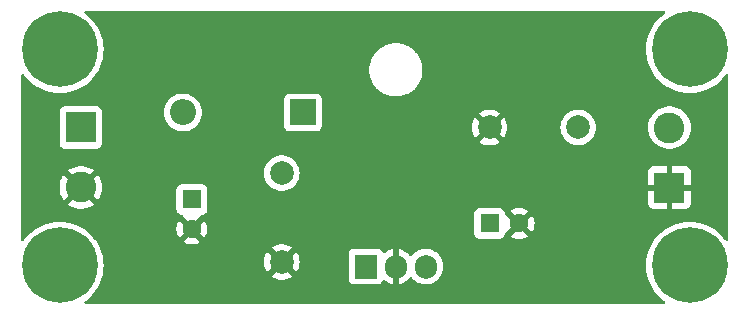
<source format=gbr>
%TF.GenerationSoftware,KiCad,Pcbnew,7.0.10*%
%TF.CreationDate,2024-02-07T21:18:28+06:30*%
%TF.ProjectId,7805,37383035-2e6b-4696-9361-645f70636258,rev?*%
%TF.SameCoordinates,PXa990340PY791ddc0*%
%TF.FileFunction,Copper,L2,Bot*%
%TF.FilePolarity,Positive*%
%FSLAX46Y46*%
G04 Gerber Fmt 4.6, Leading zero omitted, Abs format (unit mm)*
G04 Created by KiCad (PCBNEW 7.0.10) date 2024-02-07 21:18:28*
%MOMM*%
%LPD*%
G01*
G04 APERTURE LIST*
%TA.AperFunction,ComponentPad*%
%ADD10R,1.600000X1.600000*%
%TD*%
%TA.AperFunction,ComponentPad*%
%ADD11C,1.600000*%
%TD*%
%TA.AperFunction,ComponentPad*%
%ADD12R,2.600000X2.600000*%
%TD*%
%TA.AperFunction,ComponentPad*%
%ADD13C,2.600000*%
%TD*%
%TA.AperFunction,ComponentPad*%
%ADD14C,2.000000*%
%TD*%
%TA.AperFunction,ComponentPad*%
%ADD15C,6.400000*%
%TD*%
%TA.AperFunction,ComponentPad*%
%ADD16R,2.200000X2.200000*%
%TD*%
%TA.AperFunction,ComponentPad*%
%ADD17O,2.200000X2.200000*%
%TD*%
%TA.AperFunction,ComponentPad*%
%ADD18R,1.905000X2.000000*%
%TD*%
%TA.AperFunction,ComponentPad*%
%ADD19O,1.905000X2.000000*%
%TD*%
%TA.AperFunction,ViaPad*%
%ADD20C,0.600000*%
%TD*%
G04 APERTURE END LIST*
D10*
%TO.P,C3,1*%
%TO.N,Net-(J2-Pin_2)*%
X39942888Y7112000D03*
D11*
%TO.P,C3,2*%
%TO.N,Net-(J1-Pin_2)*%
X42442888Y7112000D03*
%TD*%
D12*
%TO.P,J2,1,Pin_1*%
%TO.N,Net-(J1-Pin_2)*%
X55169000Y10155000D03*
D13*
%TO.P,J2,2,Pin_2*%
%TO.N,Net-(J2-Pin_2)*%
X55169000Y15235000D03*
%TD*%
D10*
%TO.P,C1,1*%
%TO.N,Net-(D1-K)*%
X14732000Y9144000D03*
D11*
%TO.P,C1,2*%
%TO.N,Net-(J1-Pin_2)*%
X14732000Y6644000D03*
%TD*%
D14*
%TO.P,C2,1*%
%TO.N,Net-(J1-Pin_2)*%
X22352000Y3870000D03*
%TO.P,C2,2*%
%TO.N,Net-(D1-K)*%
X22352000Y11370000D03*
%TD*%
D12*
%TO.P,J1,1,Pin_1*%
%TO.N,Net-(D1-A)*%
X5334000Y15245000D03*
D13*
%TO.P,J1,2,Pin_2*%
%TO.N,Net-(J1-Pin_2)*%
X5334000Y10165000D03*
%TD*%
D15*
%TO.P,H2,1,1*%
%TO.N,unconnected-(H2-Pad1)*%
X3556000Y3556000D03*
%TD*%
D16*
%TO.P,D1,1,K*%
%TO.N,Net-(D1-K)*%
X24130000Y16510000D03*
D17*
%TO.P,D1,2,A*%
%TO.N,Net-(D1-A)*%
X13970000Y16510000D03*
%TD*%
D14*
%TO.P,C4,1*%
%TO.N,Net-(J2-Pin_2)*%
X47438000Y15240000D03*
%TO.P,C4,2*%
%TO.N,Net-(J1-Pin_2)*%
X39938000Y15240000D03*
%TD*%
D15*
%TO.P,H1,1,1*%
%TO.N,unconnected-(H1-Pad1)*%
X3556000Y21844000D03*
%TD*%
D18*
%TO.P,U1,1,IN*%
%TO.N,Net-(D1-K)*%
X29464000Y3470000D03*
D19*
%TO.P,U1,2,GND*%
%TO.N,Net-(J1-Pin_2)*%
X32004000Y3470000D03*
%TO.P,U1,3,OUT*%
%TO.N,Net-(J2-Pin_2)*%
X34544000Y3470000D03*
%TD*%
D15*
%TO.P,H3,1,1*%
%TO.N,unconnected-(H3-Pad1)*%
X56896000Y21844000D03*
%TD*%
%TO.P,H4,1,1*%
%TO.N,unconnected-(H4-Pad1)*%
X56896000Y3556000D03*
%TD*%
D20*
%TO.N,Net-(J1-Pin_2)*%
X47255477Y4538250D03*
X37095477Y7078250D03*
X21855477Y19778250D03*
X34555477Y12158250D03*
X39635477Y1998250D03*
X19315477Y7078250D03*
X9155477Y1998250D03*
X39635477Y19778250D03*
X6615477Y7078250D03*
X21855477Y1998250D03*
X44715477Y9618250D03*
X14235477Y4538250D03*
X52335477Y7078250D03*
X26935477Y14698250D03*
X11695477Y17238250D03*
X52335477Y22318250D03*
X9155477Y22318250D03*
X1535477Y17238250D03*
X44715477Y22318250D03*
X32015477Y17238250D03*
X9155477Y12158250D03*
X57415477Y9618250D03*
X26935477Y22318250D03*
X47255477Y17238250D03*
X1535477Y9618250D03*
X57415477Y17238250D03*
X29475477Y9618250D03*
X34555477Y22318250D03*
X16775477Y22318250D03*
X16775477Y14698250D03*
X49795477Y12158250D03*
X42175477Y14698250D03*
%TD*%
%TA.AperFunction,Conductor*%
%TO.N,Net-(J1-Pin_2)*%
G36*
X54763044Y25079815D02*
G01*
X54808799Y25027011D01*
X54818743Y24957853D01*
X54789718Y24894297D01*
X54763540Y24871505D01*
X54717917Y24841878D01*
X54416488Y24597785D01*
X54416480Y24597778D01*
X54142222Y24323520D01*
X54142215Y24323512D01*
X53898122Y24022083D01*
X53686877Y23696794D01*
X53510787Y23351198D01*
X53371788Y22989095D01*
X53271397Y22614430D01*
X53271397Y22614428D01*
X53210722Y22231340D01*
X53190422Y21844001D01*
X53190422Y21844000D01*
X53210722Y21456661D01*
X53236542Y21293640D01*
X53271398Y21073567D01*
X53367814Y20713735D01*
X53371788Y20698906D01*
X53510787Y20336803D01*
X53686877Y19991207D01*
X53898122Y19665918D01*
X54063463Y19461739D01*
X54142219Y19364484D01*
X54416484Y19090219D01*
X54506450Y19017366D01*
X54717917Y18846123D01*
X54983330Y18673762D01*
X55043211Y18634875D01*
X55388806Y18458786D01*
X55750913Y18319786D01*
X56125567Y18219398D01*
X56508662Y18158722D01*
X56874576Y18139545D01*
X56895999Y18138422D01*
X56896000Y18138422D01*
X56896001Y18138422D01*
X56916301Y18139486D01*
X57283338Y18158722D01*
X57666433Y18219398D01*
X58041087Y18319786D01*
X58403194Y18458786D01*
X58748789Y18634875D01*
X59074084Y18846124D01*
X59375516Y19090219D01*
X59649781Y19364484D01*
X59893876Y19665916D01*
X59923505Y19711542D01*
X59976525Y19757044D01*
X60045730Y19766659D01*
X60109147Y19737332D01*
X60146642Y19678375D01*
X60151500Y19644006D01*
X60151500Y5755995D01*
X60131815Y5688956D01*
X60079011Y5643201D01*
X60009853Y5633257D01*
X59946297Y5662282D01*
X59923505Y5688460D01*
X59893877Y5734083D01*
X59744515Y5918529D01*
X59649781Y6035516D01*
X59375516Y6309781D01*
X59242630Y6417390D01*
X59074082Y6553878D01*
X58748793Y6765123D01*
X58403197Y6941213D01*
X58041094Y7080212D01*
X58003378Y7090318D01*
X57666433Y7180602D01*
X57666429Y7180603D01*
X57666428Y7180603D01*
X57283339Y7241278D01*
X56896001Y7261578D01*
X56895999Y7261578D01*
X56508660Y7241278D01*
X56125572Y7180603D01*
X56125570Y7180603D01*
X55750905Y7080212D01*
X55388802Y6941213D01*
X55043206Y6765123D01*
X54717917Y6553878D01*
X54416488Y6309785D01*
X54416480Y6309778D01*
X54142222Y6035520D01*
X54142215Y6035512D01*
X53898122Y5734083D01*
X53686877Y5408794D01*
X53510787Y5063198D01*
X53371788Y4701095D01*
X53271397Y4326430D01*
X53271397Y4326428D01*
X53210722Y3943340D01*
X53190422Y3556001D01*
X53190422Y3556000D01*
X53209995Y3182524D01*
X53210722Y3168662D01*
X53271398Y2785567D01*
X53368780Y2422130D01*
X53371788Y2410906D01*
X53510787Y2048803D01*
X53686877Y1703207D01*
X53898122Y1377918D01*
X54114401Y1110836D01*
X54142219Y1076484D01*
X54416484Y802219D01*
X54584375Y666263D01*
X54717917Y558123D01*
X54763540Y528495D01*
X54809043Y475474D01*
X54818657Y406269D01*
X54789330Y342852D01*
X54730373Y305358D01*
X54696005Y300500D01*
X5755995Y300500D01*
X5688956Y320185D01*
X5643201Y372989D01*
X5633257Y442147D01*
X5662282Y505703D01*
X5688460Y528495D01*
X5734082Y558123D01*
X5734084Y558124D01*
X6035516Y802219D01*
X6309781Y1076484D01*
X6553876Y1377916D01*
X6765125Y1703211D01*
X6941214Y2048806D01*
X7080214Y2410913D01*
X7180602Y2785567D01*
X7241278Y3168662D01*
X7261578Y3556000D01*
X7245122Y3869995D01*
X20846859Y3869995D01*
X20867385Y3622271D01*
X20867387Y3622262D01*
X20928412Y3381283D01*
X21028266Y3153636D01*
X21128564Y3000118D01*
X21868923Y3740477D01*
X21892507Y3660156D01*
X21970239Y3539202D01*
X22078900Y3445048D01*
X22209685Y3385320D01*
X22219466Y3383914D01*
X21481942Y2646391D01*
X21528768Y2609945D01*
X21528770Y2609944D01*
X21747385Y2491636D01*
X21747396Y2491631D01*
X21982506Y2410917D01*
X22227707Y2370000D01*
X22476293Y2370000D01*
X22721493Y2410917D01*
X22754155Y2422130D01*
X28011000Y2422130D01*
X28011001Y2422124D01*
X28017408Y2362517D01*
X28067702Y2227672D01*
X28067706Y2227665D01*
X28153952Y2112456D01*
X28153955Y2112453D01*
X28269164Y2026207D01*
X28269171Y2026203D01*
X28404017Y1975909D01*
X28404016Y1975909D01*
X28410944Y1975165D01*
X28463627Y1969500D01*
X30464372Y1969501D01*
X30523983Y1975909D01*
X30658831Y2026204D01*
X30774046Y2112454D01*
X30860296Y2227669D01*
X30860297Y2227672D01*
X30860298Y2227673D01*
X30866308Y2243791D01*
X30871907Y2258803D01*
X30913776Y2314736D01*
X30979240Y2339156D01*
X31047513Y2324306D01*
X31064252Y2313325D01*
X31206831Y2202351D01*
X31206840Y2202345D01*
X31418531Y2087785D01*
X31418545Y2087779D01*
X31646207Y2009621D01*
X31754000Y1991634D01*
X31754000Y2978317D01*
X31782819Y2960791D01*
X31928404Y2920000D01*
X32041622Y2920000D01*
X32153783Y2935416D01*
X32254000Y2978947D01*
X32254000Y1991635D01*
X32361792Y2009621D01*
X32589454Y2087779D01*
X32589468Y2087785D01*
X32801159Y2202345D01*
X32801168Y2202351D01*
X32991116Y2350194D01*
X32991126Y2350203D01*
X33154154Y2527298D01*
X33154155Y2527299D01*
X33169891Y2551384D01*
X33223036Y2596742D01*
X33292267Y2606167D01*
X33355604Y2576667D01*
X33377510Y2551386D01*
X33393446Y2526993D01*
X33393448Y2526991D01*
X33393449Y2526990D01*
X33556537Y2349829D01*
X33678095Y2255217D01*
X33746017Y2202351D01*
X33746561Y2201928D01*
X33911891Y2112456D01*
X33957478Y2087785D01*
X33958336Y2087321D01*
X34070526Y2048806D01*
X34186083Y2009135D01*
X34186085Y2009135D01*
X34186087Y2009134D01*
X34423601Y1969500D01*
X34423602Y1969500D01*
X34664398Y1969500D01*
X34664399Y1969500D01*
X34901913Y2009134D01*
X35129664Y2087321D01*
X35341439Y2201928D01*
X35531463Y2349829D01*
X35694551Y2526990D01*
X35826255Y2728578D01*
X35922983Y2949095D01*
X35982095Y3182524D01*
X35997000Y3362400D01*
X35997000Y3577600D01*
X35982095Y3757476D01*
X35922983Y3990905D01*
X35826255Y4211422D01*
X35694551Y4413010D01*
X35531463Y4590171D01*
X35374505Y4712336D01*
X35341441Y4738071D01*
X35129665Y4852679D01*
X35129656Y4852682D01*
X34901916Y4930866D01*
X34702800Y4964092D01*
X34664399Y4970500D01*
X34423601Y4970500D01*
X34385200Y4964092D01*
X34186083Y4930866D01*
X33958343Y4852682D01*
X33958334Y4852679D01*
X33746558Y4738071D01*
X33650195Y4663068D01*
X33556537Y4590171D01*
X33556534Y4590169D01*
X33556534Y4590168D01*
X33393450Y4413012D01*
X33393446Y4413006D01*
X33377507Y4388611D01*
X33324359Y4343256D01*
X33255127Y4333835D01*
X33191793Y4363339D01*
X33169892Y4388615D01*
X33154154Y4412704D01*
X32991126Y4589798D01*
X32991116Y4589807D01*
X32801168Y4737650D01*
X32801159Y4737656D01*
X32589468Y4852216D01*
X32589454Y4852222D01*
X32361791Y4930381D01*
X32254000Y4948367D01*
X32254000Y3961684D01*
X32225181Y3979209D01*
X32079596Y4020000D01*
X31966378Y4020000D01*
X31854217Y4004584D01*
X31754000Y3961054D01*
X31754000Y4948367D01*
X31753999Y4948367D01*
X31646208Y4930381D01*
X31418545Y4852222D01*
X31418531Y4852216D01*
X31206840Y4737656D01*
X31206838Y4737655D01*
X31064252Y4626675D01*
X30999258Y4601033D01*
X30930718Y4614600D01*
X30880393Y4663068D01*
X30871907Y4681199D01*
X30860297Y4712329D01*
X30860293Y4712336D01*
X30774047Y4827545D01*
X30774044Y4827548D01*
X30658835Y4913794D01*
X30658828Y4913798D01*
X30523982Y4964092D01*
X30523983Y4964092D01*
X30464383Y4970499D01*
X30464381Y4970500D01*
X30464373Y4970500D01*
X30464364Y4970500D01*
X28463629Y4970500D01*
X28463623Y4970499D01*
X28404016Y4964092D01*
X28269171Y4913798D01*
X28269164Y4913794D01*
X28153955Y4827548D01*
X28153952Y4827545D01*
X28067706Y4712336D01*
X28067702Y4712329D01*
X28017408Y4577483D01*
X28011001Y4517884D01*
X28011000Y4517865D01*
X28011000Y2422130D01*
X22754155Y2422130D01*
X22956603Y2491631D01*
X22956614Y2491636D01*
X23175228Y2609943D01*
X23175231Y2609945D01*
X23222056Y2646391D01*
X22484533Y3383914D01*
X22494315Y3385320D01*
X22625100Y3445048D01*
X22733761Y3539202D01*
X22811493Y3660156D01*
X22835076Y3740476D01*
X23575434Y3000118D01*
X23675731Y3153631D01*
X23775587Y3381283D01*
X23836612Y3622262D01*
X23836614Y3622271D01*
X23857141Y3869995D01*
X23857141Y3870006D01*
X23836614Y4117730D01*
X23836612Y4117739D01*
X23775587Y4358718D01*
X23675731Y4586370D01*
X23575434Y4739884D01*
X22835076Y3999525D01*
X22811493Y4079844D01*
X22733761Y4200798D01*
X22625100Y4294952D01*
X22494315Y4354680D01*
X22484534Y4356087D01*
X23222057Y5093610D01*
X23222056Y5093611D01*
X23175229Y5130057D01*
X22956614Y5248365D01*
X22956603Y5248370D01*
X22721493Y5329084D01*
X22476293Y5370000D01*
X22227707Y5370000D01*
X21982506Y5329084D01*
X21747396Y5248370D01*
X21747390Y5248368D01*
X21528761Y5130051D01*
X21481942Y5093612D01*
X21481942Y5093610D01*
X22219466Y4356087D01*
X22209685Y4354680D01*
X22078900Y4294952D01*
X21970239Y4200798D01*
X21892507Y4079844D01*
X21868923Y3999525D01*
X21128564Y4739884D01*
X21028267Y4586368D01*
X20928412Y4358718D01*
X20867387Y4117739D01*
X20867385Y4117730D01*
X20846859Y3870006D01*
X20846859Y3869995D01*
X7245122Y3869995D01*
X7241278Y3943338D01*
X7180602Y4326433D01*
X7080214Y4701087D01*
X6941214Y5063194D01*
X6765125Y5408789D01*
X6583505Y5688460D01*
X6553877Y5734083D01*
X6404515Y5918529D01*
X6309781Y6035516D01*
X6035516Y6309781D01*
X5902630Y6417390D01*
X5734082Y6553878D01*
X5595309Y6643998D01*
X13427034Y6643998D01*
X13446858Y6417401D01*
X13446860Y6417390D01*
X13505730Y6197683D01*
X13505735Y6197669D01*
X13601863Y5991522D01*
X13652974Y5918528D01*
X14334046Y6599600D01*
X14346835Y6518852D01*
X14404359Y6405955D01*
X14493955Y6316359D01*
X14606852Y6258835D01*
X14687599Y6246047D01*
X14006526Y5564975D01*
X14079513Y5513868D01*
X14079521Y5513864D01*
X14285668Y5417736D01*
X14285682Y5417731D01*
X14505389Y5358861D01*
X14505400Y5358859D01*
X14731998Y5339034D01*
X14732002Y5339034D01*
X14958599Y5358859D01*
X14958610Y5358861D01*
X15178317Y5417731D01*
X15178331Y5417736D01*
X15384478Y5513864D01*
X15457471Y5564976D01*
X14776400Y6246047D01*
X14857148Y6258835D01*
X14970045Y6316359D01*
X15059641Y6405955D01*
X15117165Y6518852D01*
X15129953Y6599600D01*
X15811024Y5918529D01*
X15862136Y5991522D01*
X15958264Y6197669D01*
X15958269Y6197683D01*
X15976073Y6264130D01*
X38642388Y6264130D01*
X38642389Y6264124D01*
X38648796Y6204517D01*
X38699090Y6069672D01*
X38699094Y6069665D01*
X38785340Y5954456D01*
X38785343Y5954453D01*
X38900552Y5868207D01*
X38900559Y5868203D01*
X39035405Y5817909D01*
X39035404Y5817909D01*
X39042332Y5817165D01*
X39095015Y5811500D01*
X40790760Y5811501D01*
X40850371Y5817909D01*
X40985219Y5868204D01*
X41100434Y5954454D01*
X41186684Y6069669D01*
X41236979Y6204517D01*
X41243388Y6264127D01*
X41243387Y6264155D01*
X41243566Y6267453D01*
X41245071Y6267373D01*
X41263000Y6328674D01*
X41315756Y6374486D01*
X41359353Y6382019D01*
X42044934Y7067600D01*
X42057723Y6986852D01*
X42115247Y6873955D01*
X42204843Y6784359D01*
X42317740Y6726835D01*
X42398487Y6714047D01*
X41717414Y6032975D01*
X41790401Y5981868D01*
X41790409Y5981864D01*
X41996556Y5885736D01*
X41996570Y5885731D01*
X42216277Y5826861D01*
X42216288Y5826859D01*
X42442886Y5807034D01*
X42442890Y5807034D01*
X42669487Y5826859D01*
X42669498Y5826861D01*
X42889205Y5885731D01*
X42889219Y5885736D01*
X43095366Y5981864D01*
X43168359Y6032976D01*
X42487288Y6714047D01*
X42568036Y6726835D01*
X42680933Y6784359D01*
X42770529Y6873955D01*
X42828053Y6986852D01*
X42840841Y7067600D01*
X43521912Y6386529D01*
X43573024Y6459522D01*
X43669152Y6665669D01*
X43669157Y6665683D01*
X43728027Y6885390D01*
X43728029Y6885401D01*
X43747854Y7111998D01*
X43747854Y7112003D01*
X43728029Y7338600D01*
X43728027Y7338611D01*
X43669157Y7558318D01*
X43669152Y7558332D01*
X43573024Y7764479D01*
X43573020Y7764487D01*
X43521913Y7837474D01*
X42840841Y7156402D01*
X42828053Y7237148D01*
X42770529Y7350045D01*
X42680933Y7439641D01*
X42568036Y7497165D01*
X42487289Y7509954D01*
X43168360Y8191026D01*
X43095366Y8242137D01*
X42889219Y8338265D01*
X42889205Y8338270D01*
X42669498Y8397140D01*
X42669487Y8397142D01*
X42442890Y8416966D01*
X42442886Y8416966D01*
X42216288Y8397142D01*
X42216277Y8397140D01*
X41996570Y8338270D01*
X41996561Y8338266D01*
X41790404Y8242134D01*
X41790400Y8242132D01*
X41717414Y8191027D01*
X41717414Y8191026D01*
X42398487Y7509954D01*
X42317740Y7497165D01*
X42204843Y7439641D01*
X42115247Y7350045D01*
X42057723Y7237148D01*
X42044934Y7156402D01*
X41358687Y7842649D01*
X41309693Y7852495D01*
X41259510Y7901111D01*
X41244869Y7956634D01*
X41243788Y7956577D01*
X41243742Y7956571D01*
X41243741Y7956574D01*
X41243564Y7956564D01*
X41243387Y7959865D01*
X41243387Y7959872D01*
X41236979Y8019483D01*
X41186684Y8154331D01*
X41186683Y8154332D01*
X41186681Y8154336D01*
X41100435Y8269545D01*
X41100432Y8269548D01*
X40985223Y8355794D01*
X40985216Y8355798D01*
X40850370Y8406092D01*
X40850371Y8406092D01*
X40790771Y8412499D01*
X40790769Y8412500D01*
X40790761Y8412500D01*
X40790752Y8412500D01*
X39095017Y8412500D01*
X39095011Y8412499D01*
X39035404Y8406092D01*
X38900559Y8355798D01*
X38900552Y8355794D01*
X38785343Y8269548D01*
X38785340Y8269545D01*
X38699094Y8154336D01*
X38699090Y8154329D01*
X38648796Y8019483D01*
X38642389Y7959884D01*
X38642389Y7959877D01*
X38642388Y7959865D01*
X38642388Y6264130D01*
X15976073Y6264130D01*
X16017139Y6417390D01*
X16017141Y6417401D01*
X16036966Y6643998D01*
X16036966Y6644003D01*
X16017141Y6870600D01*
X16017139Y6870611D01*
X15958269Y7090318D01*
X15958264Y7090332D01*
X15862136Y7296479D01*
X15862132Y7296487D01*
X15811025Y7369474D01*
X15129953Y6688402D01*
X15117165Y6769148D01*
X15059641Y6882045D01*
X14970045Y6971641D01*
X14857148Y7029165D01*
X14776401Y7041954D01*
X15462645Y7728199D01*
X15472492Y7777193D01*
X15521107Y7827376D01*
X15576633Y7842019D01*
X15576576Y7843100D01*
X15576571Y7843146D01*
X15576573Y7843147D01*
X15576564Y7843324D01*
X15579857Y7843501D01*
X15579872Y7843501D01*
X15639483Y7849909D01*
X15774331Y7900204D01*
X15889546Y7986454D01*
X15975796Y8101669D01*
X16026091Y8236517D01*
X16032500Y8296127D01*
X16032500Y8807156D01*
X53369000Y8807156D01*
X53375401Y8747628D01*
X53375403Y8747621D01*
X53425645Y8612914D01*
X53425649Y8612907D01*
X53511809Y8497813D01*
X53511812Y8497810D01*
X53626906Y8411650D01*
X53626913Y8411646D01*
X53761620Y8361404D01*
X53761627Y8361402D01*
X53821155Y8355001D01*
X53821172Y8355000D01*
X54919000Y8355000D01*
X54919000Y9550690D01*
X54927817Y9545842D01*
X55086886Y9505000D01*
X55209894Y9505000D01*
X55331933Y9520417D01*
X55419000Y9554890D01*
X55419000Y8355000D01*
X56516828Y8355000D01*
X56516844Y8355001D01*
X56576372Y8361402D01*
X56576379Y8361404D01*
X56711086Y8411646D01*
X56711093Y8411650D01*
X56826187Y8497810D01*
X56826190Y8497813D01*
X56912350Y8612907D01*
X56912354Y8612914D01*
X56962596Y8747621D01*
X56962598Y8747628D01*
X56968999Y8807156D01*
X56969000Y8807173D01*
X56969000Y9905000D01*
X55769728Y9905000D01*
X55792100Y9952543D01*
X55822873Y10113862D01*
X55812561Y10277766D01*
X55771220Y10405000D01*
X56969000Y10405000D01*
X56969000Y11502828D01*
X56968999Y11502845D01*
X56962598Y11562373D01*
X56962596Y11562380D01*
X56912354Y11697087D01*
X56912350Y11697094D01*
X56826190Y11812188D01*
X56826187Y11812191D01*
X56711093Y11898351D01*
X56711086Y11898355D01*
X56576379Y11948597D01*
X56576372Y11948599D01*
X56516844Y11955000D01*
X55419000Y11955000D01*
X55419000Y10759311D01*
X55410183Y10764158D01*
X55251114Y10805000D01*
X55128106Y10805000D01*
X55006067Y10789583D01*
X54919000Y10755111D01*
X54919000Y11955000D01*
X53821155Y11955000D01*
X53761627Y11948599D01*
X53761620Y11948597D01*
X53626913Y11898355D01*
X53626906Y11898351D01*
X53511812Y11812191D01*
X53511809Y11812188D01*
X53425649Y11697094D01*
X53425645Y11697087D01*
X53375403Y11562380D01*
X53375401Y11562373D01*
X53369000Y11502845D01*
X53369000Y10405000D01*
X54568272Y10405000D01*
X54545900Y10357457D01*
X54515127Y10196138D01*
X54525439Y10032234D01*
X54566780Y9905000D01*
X53369000Y9905000D01*
X53369000Y8807156D01*
X16032500Y8807156D01*
X16032499Y9991872D01*
X16026091Y10051483D01*
X16004442Y10109526D01*
X15975797Y10186329D01*
X15975793Y10186336D01*
X15889547Y10301545D01*
X15889544Y10301548D01*
X15774335Y10387794D01*
X15774328Y10387798D01*
X15639482Y10438092D01*
X15639483Y10438092D01*
X15579883Y10444499D01*
X15579881Y10444500D01*
X15579873Y10444500D01*
X15579864Y10444500D01*
X13884129Y10444500D01*
X13884123Y10444499D01*
X13824516Y10438092D01*
X13689671Y10387798D01*
X13689664Y10387794D01*
X13574455Y10301548D01*
X13574452Y10301545D01*
X13488206Y10186336D01*
X13488202Y10186329D01*
X13437908Y10051483D01*
X13435839Y10032234D01*
X13431501Y9991877D01*
X13431500Y9991865D01*
X13431500Y8296130D01*
X13431501Y8296124D01*
X13437908Y8236517D01*
X13488202Y8101672D01*
X13488206Y8101665D01*
X13574452Y7986456D01*
X13574455Y7986453D01*
X13689664Y7900207D01*
X13689671Y7900203D01*
X13734618Y7883439D01*
X13824517Y7849909D01*
X13884127Y7843500D01*
X13884153Y7843501D01*
X13887453Y7843322D01*
X13887372Y7841817D01*
X13948672Y7823888D01*
X13994483Y7771133D01*
X14002016Y7727536D01*
X14687599Y7041954D01*
X14606852Y7029165D01*
X14493955Y6971641D01*
X14404359Y6882045D01*
X14346835Y6769148D01*
X14334046Y6688402D01*
X13652974Y7369474D01*
X13652973Y7369474D01*
X13601868Y7296488D01*
X13601866Y7296484D01*
X13505734Y7090327D01*
X13505730Y7090318D01*
X13446860Y6870611D01*
X13446858Y6870600D01*
X13427034Y6644003D01*
X13427034Y6643998D01*
X5595309Y6643998D01*
X5408793Y6765123D01*
X5063197Y6941213D01*
X4701094Y7080212D01*
X4663378Y7090318D01*
X4326433Y7180602D01*
X4326429Y7180603D01*
X4326428Y7180603D01*
X3943339Y7241278D01*
X3556001Y7261578D01*
X3555999Y7261578D01*
X3168660Y7241278D01*
X2785572Y7180603D01*
X2785570Y7180603D01*
X2410905Y7080212D01*
X2048802Y6941213D01*
X1703206Y6765123D01*
X1377917Y6553878D01*
X1076488Y6309785D01*
X1076480Y6309778D01*
X802222Y6035520D01*
X802215Y6035512D01*
X558122Y5734083D01*
X528495Y5688460D01*
X475474Y5642957D01*
X406269Y5633343D01*
X342852Y5662670D01*
X305358Y5721627D01*
X300500Y5755995D01*
X300500Y10164996D01*
X3528953Y10164996D01*
X3549113Y9895974D01*
X3549113Y9895972D01*
X3609142Y9632967D01*
X3609148Y9632948D01*
X3707709Y9381819D01*
X3707708Y9381819D01*
X3842602Y9148178D01*
X3896294Y9080849D01*
X4731452Y9916008D01*
X4741188Y9886044D01*
X4829186Y9747381D01*
X4948903Y9634960D01*
X5083510Y9560959D01*
X4248848Y8726298D01*
X4431483Y8601780D01*
X4431485Y8601779D01*
X4674539Y8484731D01*
X4674537Y8484731D01*
X4932337Y8405210D01*
X4932343Y8405208D01*
X5199101Y8365001D01*
X5199110Y8365000D01*
X5468890Y8365000D01*
X5468898Y8365001D01*
X5735656Y8405208D01*
X5735662Y8405210D01*
X5993461Y8484731D01*
X6236521Y8601782D01*
X6419150Y8726298D01*
X5581534Y9563914D01*
X5649629Y9590874D01*
X5782492Y9687405D01*
X5887175Y9813945D01*
X5935631Y9916921D01*
X6771703Y9080849D01*
X6771704Y9080850D01*
X6825393Y9148172D01*
X6825400Y9148183D01*
X6960290Y9381819D01*
X7058851Y9632948D01*
X7058857Y9632967D01*
X7118886Y9895972D01*
X7118886Y9895974D01*
X7139047Y10164996D01*
X7139047Y10165005D01*
X7118886Y10434027D01*
X7118886Y10434029D01*
X7058857Y10697034D01*
X7058851Y10697053D01*
X6960290Y10948182D01*
X6960291Y10948182D01*
X6825397Y11181823D01*
X6771704Y11249153D01*
X5936546Y10413996D01*
X5926812Y10443956D01*
X5838814Y10582619D01*
X5719097Y10695040D01*
X5584489Y10769042D01*
X6185441Y11369995D01*
X20846357Y11369995D01*
X20866890Y11122188D01*
X20866892Y11122176D01*
X20927936Y10881119D01*
X21027826Y10653394D01*
X21163833Y10445218D01*
X21196245Y10410009D01*
X21332256Y10262262D01*
X21528491Y10109526D01*
X21528493Y10109525D01*
X21745896Y9991872D01*
X21747190Y9991172D01*
X21982386Y9910429D01*
X22227665Y9869500D01*
X22476335Y9869500D01*
X22721614Y9910429D01*
X22956810Y9991172D01*
X23175509Y10109526D01*
X23371744Y10262262D01*
X23540164Y10445215D01*
X23676173Y10653393D01*
X23776063Y10881119D01*
X23837108Y11122179D01*
X23842050Y11181820D01*
X23857643Y11369995D01*
X23857643Y11370006D01*
X23837109Y11617813D01*
X23837107Y11617825D01*
X23776063Y11858882D01*
X23676173Y12086607D01*
X23540166Y12294783D01*
X23518557Y12318256D01*
X23371744Y12477738D01*
X23175509Y12630474D01*
X23175507Y12630475D01*
X23175506Y12630476D01*
X22956811Y12748828D01*
X22956802Y12748831D01*
X22721616Y12829571D01*
X22476335Y12870500D01*
X22227665Y12870500D01*
X21982383Y12829571D01*
X21747197Y12748831D01*
X21747188Y12748828D01*
X21528493Y12630476D01*
X21332257Y12477739D01*
X21163833Y12294783D01*
X21027826Y12086607D01*
X20927936Y11858882D01*
X20866892Y11617825D01*
X20866890Y11617813D01*
X20846357Y11370006D01*
X20846357Y11369995D01*
X6185441Y11369995D01*
X6419150Y11603704D01*
X6236517Y11728221D01*
X6236516Y11728222D01*
X5993460Y11845270D01*
X5993462Y11845270D01*
X5735662Y11924791D01*
X5735656Y11924793D01*
X5468898Y11965000D01*
X5199101Y11965000D01*
X4932343Y11924793D01*
X4932337Y11924791D01*
X4674538Y11845270D01*
X4431485Y11728222D01*
X4431476Y11728217D01*
X4248848Y11603704D01*
X5086465Y10766087D01*
X5018371Y10739126D01*
X4885508Y10642595D01*
X4780825Y10516055D01*
X4732368Y10413079D01*
X3896295Y11249152D01*
X3842600Y11181820D01*
X3707709Y10948182D01*
X3609148Y10697053D01*
X3609142Y10697034D01*
X3549113Y10434029D01*
X3549113Y10434027D01*
X3528953Y10165005D01*
X3528953Y10164996D01*
X300500Y10164996D01*
X300500Y13897130D01*
X3533500Y13897130D01*
X3533501Y13897124D01*
X3539908Y13837517D01*
X3590202Y13702672D01*
X3590206Y13702665D01*
X3676452Y13587456D01*
X3676455Y13587453D01*
X3791664Y13501207D01*
X3791671Y13501203D01*
X3926517Y13450909D01*
X3926516Y13450909D01*
X3933444Y13450165D01*
X3986127Y13444500D01*
X6681872Y13444501D01*
X6741483Y13450909D01*
X6876331Y13501204D01*
X6991546Y13587454D01*
X7077796Y13702669D01*
X7128091Y13837517D01*
X7134500Y13897127D01*
X7134499Y16510000D01*
X12364551Y16510000D01*
X12384317Y16258849D01*
X12443126Y16013890D01*
X12539533Y15781141D01*
X12671160Y15566347D01*
X12671161Y15566344D01*
X12671164Y15566341D01*
X12834776Y15374776D01*
X12983066Y15248125D01*
X13026343Y15211162D01*
X13026346Y15211161D01*
X13241140Y15079534D01*
X13451813Y14992271D01*
X13473889Y14983127D01*
X13718852Y14924317D01*
X13970000Y14904551D01*
X14221148Y14924317D01*
X14466111Y14983127D01*
X14698859Y15079534D01*
X14913659Y15211164D01*
X15090417Y15362130D01*
X22529500Y15362130D01*
X22529501Y15362124D01*
X22535908Y15302517D01*
X22586202Y15167672D01*
X22586206Y15167665D01*
X22672452Y15052456D01*
X22672455Y15052453D01*
X22787664Y14966207D01*
X22787671Y14966203D01*
X22922517Y14915909D01*
X22922516Y14915909D01*
X22929444Y14915165D01*
X22982127Y14909500D01*
X25277872Y14909501D01*
X25337483Y14915909D01*
X25472331Y14966204D01*
X25587546Y15052454D01*
X25673796Y15167669D01*
X25700772Y15239995D01*
X38432859Y15239995D01*
X38453385Y14992271D01*
X38453387Y14992262D01*
X38514412Y14751283D01*
X38614266Y14523636D01*
X38714564Y14370118D01*
X39454923Y15110477D01*
X39478507Y15030156D01*
X39556239Y14909202D01*
X39664900Y14815048D01*
X39795685Y14755320D01*
X39805466Y14753914D01*
X39067942Y14016391D01*
X39114768Y13979945D01*
X39114770Y13979944D01*
X39333385Y13861636D01*
X39333396Y13861631D01*
X39568506Y13780917D01*
X39813707Y13740000D01*
X40062293Y13740000D01*
X40307493Y13780917D01*
X40542603Y13861631D01*
X40542614Y13861636D01*
X40761228Y13979943D01*
X40761231Y13979945D01*
X40808056Y14016391D01*
X40070533Y14753914D01*
X40080315Y14755320D01*
X40211100Y14815048D01*
X40319761Y14909202D01*
X40397493Y15030156D01*
X40421076Y15110476D01*
X41161434Y14370118D01*
X41261731Y14523631D01*
X41361587Y14751283D01*
X41422612Y14992262D01*
X41422614Y14992271D01*
X41443141Y15239995D01*
X45932357Y15239995D01*
X45952890Y14992188D01*
X45952892Y14992176D01*
X46013936Y14751119D01*
X46113826Y14523394D01*
X46249833Y14315218D01*
X46249836Y14315215D01*
X46418256Y14132262D01*
X46614491Y13979526D01*
X46614493Y13979525D01*
X46832332Y13861636D01*
X46833190Y13861172D01*
X46943318Y13823365D01*
X47066964Y13780917D01*
X47068386Y13780429D01*
X47313665Y13739500D01*
X47562335Y13739500D01*
X47807614Y13780429D01*
X48042810Y13861172D01*
X48261509Y13979526D01*
X48457744Y14132262D01*
X48626164Y14315215D01*
X48762173Y14523393D01*
X48862063Y14751119D01*
X48923108Y14992179D01*
X48926255Y15030156D01*
X48943229Y15234996D01*
X53363451Y15234996D01*
X53383616Y14965899D01*
X53435176Y14740000D01*
X53443666Y14702805D01*
X53542257Y14451602D01*
X53677185Y14217898D01*
X53745478Y14132262D01*
X53845442Y14006911D01*
X54002513Y13861172D01*
X54043259Y13823365D01*
X54266226Y13671349D01*
X54509359Y13554262D01*
X54767228Y13474720D01*
X54767229Y13474720D01*
X54767232Y13474719D01*
X55034063Y13434501D01*
X55034068Y13434501D01*
X55034071Y13434500D01*
X55034072Y13434500D01*
X55303928Y13434500D01*
X55303929Y13434500D01*
X55303936Y13434501D01*
X55570767Y13474719D01*
X55570768Y13474720D01*
X55570772Y13474720D01*
X55828641Y13554262D01*
X56071775Y13671349D01*
X56294741Y13823365D01*
X56492561Y14006915D01*
X56660815Y14217898D01*
X56795743Y14451602D01*
X56894334Y14702805D01*
X56954383Y14965897D01*
X56969503Y15167665D01*
X56974549Y15234996D01*
X56974549Y15235005D01*
X56954383Y15504102D01*
X56954383Y15504103D01*
X56894334Y15767195D01*
X56795743Y16018398D01*
X56660815Y16252102D01*
X56492561Y16463085D01*
X56492560Y16463086D01*
X56492557Y16463090D01*
X56294741Y16646635D01*
X56286162Y16652484D01*
X56071775Y16798651D01*
X56071769Y16798654D01*
X56071768Y16798655D01*
X56071767Y16798656D01*
X55828643Y16915737D01*
X55828645Y16915737D01*
X55570773Y16995280D01*
X55570767Y16995282D01*
X55303936Y17035500D01*
X55303929Y17035500D01*
X55034071Y17035500D01*
X55034063Y17035500D01*
X54767232Y16995282D01*
X54767226Y16995280D01*
X54509358Y16915738D01*
X54266230Y16798654D01*
X54043258Y16646635D01*
X53845442Y16463090D01*
X53677185Y16252102D01*
X53542258Y16018401D01*
X53542256Y16018397D01*
X53443666Y15767196D01*
X53443664Y15767189D01*
X53383616Y15504102D01*
X53363451Y15235005D01*
X53363451Y15234996D01*
X48943229Y15234996D01*
X48943643Y15239995D01*
X48943643Y15240006D01*
X48923109Y15487813D01*
X48923107Y15487825D01*
X48862063Y15728882D01*
X48762173Y15956607D01*
X48626166Y16164783D01*
X48539569Y16258852D01*
X48457744Y16347738D01*
X48261509Y16500474D01*
X48261507Y16500475D01*
X48261506Y16500476D01*
X48042811Y16618828D01*
X48042802Y16618831D01*
X47807616Y16699571D01*
X47562335Y16740500D01*
X47313665Y16740500D01*
X47068383Y16699571D01*
X46833197Y16618831D01*
X46833188Y16618828D01*
X46614493Y16500476D01*
X46418257Y16347739D01*
X46249833Y16164783D01*
X46113826Y15956607D01*
X46013936Y15728882D01*
X45952892Y15487825D01*
X45952890Y15487813D01*
X45932357Y15240006D01*
X45932357Y15239995D01*
X41443141Y15239995D01*
X41443141Y15240006D01*
X41422614Y15487730D01*
X41422612Y15487739D01*
X41361587Y15728718D01*
X41261731Y15956370D01*
X41161434Y16109884D01*
X40421076Y15369525D01*
X40397493Y15449844D01*
X40319761Y15570798D01*
X40211100Y15664952D01*
X40080315Y15724680D01*
X40070534Y15726087D01*
X40808057Y16463610D01*
X40808056Y16463611D01*
X40761229Y16500057D01*
X40542614Y16618365D01*
X40542603Y16618370D01*
X40307493Y16699084D01*
X40062293Y16740000D01*
X39813707Y16740000D01*
X39568506Y16699084D01*
X39333396Y16618370D01*
X39333390Y16618368D01*
X39114761Y16500051D01*
X39067942Y16463612D01*
X39067942Y16463610D01*
X39805466Y15726087D01*
X39795685Y15724680D01*
X39664900Y15664952D01*
X39556239Y15570798D01*
X39478507Y15449844D01*
X39454923Y15369525D01*
X38714564Y16109884D01*
X38614267Y15956368D01*
X38514412Y15728718D01*
X38453387Y15487739D01*
X38453385Y15487730D01*
X38432859Y15240006D01*
X38432859Y15239995D01*
X25700772Y15239995D01*
X25724091Y15302517D01*
X25730500Y15362127D01*
X25730499Y17657872D01*
X25724091Y17717483D01*
X25690017Y17808839D01*
X25673797Y17852329D01*
X25673793Y17852336D01*
X25587547Y17967545D01*
X25587544Y17967548D01*
X25472335Y18053794D01*
X25472328Y18053798D01*
X25337482Y18104092D01*
X25337483Y18104092D01*
X25277883Y18110499D01*
X25277881Y18110500D01*
X25277873Y18110500D01*
X25277864Y18110500D01*
X22982129Y18110500D01*
X22982123Y18110499D01*
X22922516Y18104092D01*
X22787671Y18053798D01*
X22787664Y18053794D01*
X22672455Y17967548D01*
X22672452Y17967545D01*
X22586206Y17852336D01*
X22586202Y17852329D01*
X22535908Y17717483D01*
X22529501Y17657884D01*
X22529501Y17657877D01*
X22529500Y17657865D01*
X22529500Y15362130D01*
X15090417Y15362130D01*
X15105224Y15374776D01*
X15268836Y15566341D01*
X15400466Y15781141D01*
X15496873Y16013889D01*
X15555683Y16258852D01*
X15575449Y16510000D01*
X15555683Y16761148D01*
X15496873Y17006111D01*
X15400466Y17238859D01*
X15400466Y17238860D01*
X15268839Y17453654D01*
X15268838Y17453657D01*
X15231875Y17496934D01*
X15105224Y17645224D01*
X14978571Y17753396D01*
X14913656Y17808839D01*
X14913653Y17808840D01*
X14698859Y17940467D01*
X14466110Y18036874D01*
X14221151Y18095683D01*
X13970000Y18115449D01*
X13718848Y18095683D01*
X13473889Y18036874D01*
X13241140Y17940467D01*
X13026346Y17808840D01*
X13026343Y17808839D01*
X12834776Y17645224D01*
X12671161Y17453657D01*
X12671160Y17453654D01*
X12539533Y17238860D01*
X12443126Y17006111D01*
X12384317Y16761152D01*
X12364551Y16510000D01*
X7134499Y16510000D01*
X7134499Y16592872D01*
X7128091Y16652483D01*
X7110528Y16699571D01*
X7077797Y16787329D01*
X7077793Y16787336D01*
X6991547Y16902545D01*
X6991544Y16902548D01*
X6876335Y16988794D01*
X6876328Y16988798D01*
X6741482Y17039092D01*
X6741483Y17039092D01*
X6681883Y17045499D01*
X6681881Y17045500D01*
X6681873Y17045500D01*
X6681864Y17045500D01*
X3986129Y17045500D01*
X3986123Y17045499D01*
X3926516Y17039092D01*
X3791671Y16988798D01*
X3791664Y16988794D01*
X3676455Y16902548D01*
X3676452Y16902545D01*
X3590206Y16787336D01*
X3590202Y16787329D01*
X3539908Y16652483D01*
X3533501Y16592884D01*
X3533501Y16592877D01*
X3533500Y16592865D01*
X3533500Y13897130D01*
X300500Y13897130D01*
X300500Y19644006D01*
X320185Y19711045D01*
X372989Y19756800D01*
X442147Y19766744D01*
X505703Y19737719D01*
X528493Y19711543D01*
X558124Y19665916D01*
X802219Y19364484D01*
X1076484Y19090219D01*
X1166450Y19017366D01*
X1377917Y18846123D01*
X1643330Y18673762D01*
X1703211Y18634875D01*
X2048806Y18458786D01*
X2410913Y18319786D01*
X2785567Y18219398D01*
X3168662Y18158722D01*
X3534576Y18139545D01*
X3555999Y18138422D01*
X3556000Y18138422D01*
X3556001Y18138422D01*
X3576301Y18139486D01*
X3943338Y18158722D01*
X4326433Y18219398D01*
X4701087Y18319786D01*
X5063194Y18458786D01*
X5408789Y18634875D01*
X5734084Y18846124D01*
X6035516Y19090219D01*
X6309781Y19364484D01*
X6553876Y19665916D01*
X6765125Y19991211D01*
X6835841Y20130000D01*
X29748671Y20130000D01*
X29750635Y20100031D01*
X29750831Y20087782D01*
X29749723Y20054633D01*
X29749723Y20054623D01*
X29760664Y19945864D01*
X29761021Y19941564D01*
X29767965Y19835624D01*
X29767967Y19835611D01*
X29774469Y19802916D01*
X29776228Y19791147D01*
X29779882Y19754836D01*
X29804457Y19651713D01*
X29805452Y19647159D01*
X29825515Y19546289D01*
X29825518Y19546281D01*
X29837301Y19511566D01*
X29840501Y19500461D01*
X29849729Y19461745D01*
X29849730Y19461742D01*
X29849731Y19461739D01*
X29860712Y19433227D01*
X29886644Y19365894D01*
X29888346Y19361194D01*
X29920348Y19266923D01*
X29937091Y19232971D01*
X29938022Y19231084D01*
X29942523Y19220808D01*
X29958019Y19180573D01*
X29958023Y19180564D01*
X30005787Y19093407D01*
X30008257Y19088659D01*
X30050822Y19002345D01*
X30050833Y19002326D01*
X30074869Y18966353D01*
X30080506Y18957059D01*
X30102822Y18916340D01*
X30102829Y18916329D01*
X30159826Y18838972D01*
X30163099Y18834309D01*
X30203366Y18774045D01*
X30214727Y18757043D01*
X30240104Y18728105D01*
X30245446Y18722014D01*
X30252044Y18713812D01*
X30281551Y18673765D01*
X30346064Y18607058D01*
X30350156Y18602615D01*
X30409236Y18535248D01*
X30409242Y18535242D01*
X30446756Y18502343D01*
X30454128Y18495321D01*
X30491018Y18457177D01*
X30561241Y18401723D01*
X30566151Y18397636D01*
X30608912Y18360136D01*
X30631043Y18340727D01*
X30675308Y18311150D01*
X30683228Y18305391D01*
X30727485Y18270442D01*
X30794194Y18230930D01*
X30801610Y18226538D01*
X30807309Y18222950D01*
X30876338Y18176826D01*
X30897927Y18166180D01*
X30927049Y18151819D01*
X30935386Y18147302D01*
X30986717Y18116898D01*
X30986722Y18116896D01*
X30986730Y18116891D01*
X31063030Y18084537D01*
X31069411Y18081614D01*
X31140923Y18046348D01*
X31197602Y18027108D01*
X31206134Y18023856D01*
X31264128Y17999264D01*
X31264132Y17999263D01*
X31340832Y17978253D01*
X31347916Y17976084D01*
X31420278Y17951519D01*
X31482232Y17939196D01*
X31490786Y17937176D01*
X31554729Y17919660D01*
X31630297Y17909498D01*
X31637939Y17908225D01*
X31709620Y17893966D01*
X31775972Y17889618D01*
X31784342Y17888781D01*
X31853347Y17879500D01*
X31926273Y17879500D01*
X31934382Y17879235D01*
X31941619Y17878760D01*
X32003994Y17874671D01*
X32004000Y17874671D01*
X32004004Y17874671D01*
X32020347Y17875743D01*
X32074099Y17879266D01*
X32078028Y17879460D01*
X32079216Y17879500D01*
X32079244Y17879500D01*
X32152670Y17884416D01*
X32152845Y17884377D01*
X32152842Y17884426D01*
X32274348Y17892391D01*
X32298380Y17893966D01*
X32298381Y17893967D01*
X32299155Y17894017D01*
X32303843Y17894482D01*
X32304618Y17894587D01*
X32304634Y17894588D01*
X32447658Y17923659D01*
X32587722Y17951519D01*
X32587734Y17951524D01*
X32591653Y17952573D01*
X32591703Y17952383D01*
X32599215Y17954416D01*
X32599893Y17954603D01*
X32599903Y17954604D01*
X32734629Y18001387D01*
X32734996Y18001513D01*
X32867077Y18046348D01*
X32867215Y18046417D01*
X32881411Y18052355D01*
X32884537Y18053440D01*
X33008742Y18116205D01*
X33009651Y18116659D01*
X33131665Y18176828D01*
X33134565Y18178767D01*
X33147531Y18186338D01*
X33153459Y18189332D01*
X33265531Y18266266D01*
X33266650Y18267023D01*
X33376957Y18340727D01*
X33382067Y18345210D01*
X33393664Y18354225D01*
X33401869Y18359856D01*
X33500143Y18448742D01*
X33501526Y18449973D01*
X33598758Y18535242D01*
X33605434Y18542856D01*
X33615494Y18553070D01*
X33625333Y18561968D01*
X33708802Y18660698D01*
X33710082Y18662184D01*
X33793273Y18757043D01*
X33800750Y18768235D01*
X33809156Y18779395D01*
X33819863Y18792059D01*
X33819865Y18792061D01*
X33887611Y18898185D01*
X33888972Y18900268D01*
X33957172Y19002335D01*
X33964592Y19017383D01*
X33971279Y19029249D01*
X33981993Y19046030D01*
X34033610Y19157265D01*
X34034852Y19159857D01*
X34087649Y19266916D01*
X34087652Y19266924D01*
X34094104Y19285932D01*
X34099048Y19298279D01*
X34108817Y19319330D01*
X34108823Y19319342D01*
X34144170Y19433294D01*
X34145120Y19436220D01*
X34182481Y19546278D01*
X34187045Y19569225D01*
X34190231Y19581779D01*
X34198093Y19607121D01*
X34217385Y19721496D01*
X34218023Y19724967D01*
X34240034Y19835620D01*
X34241781Y19862292D01*
X34243240Y19874775D01*
X34248209Y19904230D01*
X34251973Y20016827D01*
X34252169Y20020773D01*
X34259329Y20129995D01*
X34259329Y20129999D01*
X34259329Y20130000D01*
X34257363Y20159978D01*
X34257167Y20172197D01*
X34258277Y20205369D01*
X34247336Y20314120D01*
X34246980Y20318416D01*
X34240035Y20424368D01*
X34240033Y20424385D01*
X34233530Y20457076D01*
X34231770Y20468857D01*
X34228118Y20505159D01*
X34228118Y20505162D01*
X34203532Y20608325D01*
X34202556Y20612790D01*
X34182481Y20713722D01*
X34170695Y20748441D01*
X34167496Y20759543D01*
X34158272Y20798250D01*
X34158270Y20798254D01*
X34158269Y20798261D01*
X34121351Y20894116D01*
X34119655Y20898800D01*
X34105447Y20940655D01*
X34087652Y20993077D01*
X34069973Y21028927D01*
X34065479Y21039184D01*
X34049977Y21079434D01*
X34002196Y21166622D01*
X33999737Y21171348D01*
X33977722Y21215992D01*
X33957175Y21257659D01*
X33957172Y21257664D01*
X33933122Y21293656D01*
X33927500Y21302926D01*
X33905175Y21343665D01*
X33848154Y21421054D01*
X33844918Y21425664D01*
X33793273Y21502957D01*
X33793269Y21502962D01*
X33762553Y21537988D01*
X33755954Y21546190D01*
X33726450Y21586232D01*
X33726446Y21586238D01*
X33661934Y21652944D01*
X33657842Y21657387D01*
X33598760Y21724756D01*
X33561236Y21757665D01*
X33553865Y21764686D01*
X33516980Y21802824D01*
X33446768Y21858270D01*
X33441858Y21862357D01*
X33376960Y21919270D01*
X33376957Y21919273D01*
X33348683Y21938166D01*
X33332701Y21948845D01*
X33324746Y21954630D01*
X33280517Y21989557D01*
X33260847Y22001207D01*
X33206374Y22033472D01*
X33200703Y22037042D01*
X33150379Y22070668D01*
X33131666Y22083172D01*
X33080950Y22108183D01*
X33072626Y22112692D01*
X33021270Y22143109D01*
X33021266Y22143111D01*
X33021262Y22143113D01*
X32965324Y22166833D01*
X32944997Y22175452D01*
X32938577Y22178393D01*
X32867077Y22213652D01*
X32866244Y22213935D01*
X32810409Y22232890D01*
X32801864Y22236146D01*
X32777100Y22246647D01*
X32743872Y22260736D01*
X32743868Y22260737D01*
X32743866Y22260738D01*
X32667155Y22281752D01*
X32660058Y22283927D01*
X32587734Y22308478D01*
X32587723Y22308481D01*
X32587722Y22308481D01*
X32587717Y22308482D01*
X32525778Y22320803D01*
X32517210Y22322826D01*
X32453282Y22340338D01*
X32453265Y22340342D01*
X32377716Y22350503D01*
X32370058Y22351778D01*
X32318865Y22361960D01*
X32298380Y22366034D01*
X32298377Y22366035D01*
X32298374Y22366035D01*
X32232069Y22370381D01*
X32223654Y22371221D01*
X32186973Y22376154D01*
X32154653Y22380500D01*
X32154650Y22380500D01*
X32081727Y22380500D01*
X32073617Y22380766D01*
X32066380Y22381241D01*
X32004006Y22385329D01*
X32004002Y22385329D01*
X32004000Y22385329D01*
X31933953Y22380738D01*
X31930009Y22380543D01*
X31928766Y22380502D01*
X31858682Y22375810D01*
X31855157Y22375574D01*
X31855116Y22375572D01*
X31854986Y22375563D01*
X31708888Y22365987D01*
X31704125Y22365515D01*
X31703378Y22365414D01*
X31703369Y22365413D01*
X31703366Y22365412D01*
X31560594Y22336394D01*
X31560146Y22336304D01*
X31420277Y22308482D01*
X31416365Y22307433D01*
X31416316Y22307616D01*
X31408103Y22305398D01*
X31408098Y22305398D01*
X31273650Y22258713D01*
X31272837Y22258433D01*
X31140924Y22213653D01*
X31140851Y22213617D01*
X31140753Y22213569D01*
X31126616Y22207655D01*
X31123461Y22206560D01*
X31123457Y22206558D01*
X30999241Y22143790D01*
X30998162Y22143251D01*
X30876337Y22083173D01*
X30876329Y22083169D01*
X30873417Y22081223D01*
X30860483Y22073672D01*
X30854543Y22070671D01*
X30742584Y21993815D01*
X30741299Y21992944D01*
X30683959Y21954630D01*
X30631039Y21919270D01*
X30625921Y21914781D01*
X30614350Y21905787D01*
X30606133Y21900146D01*
X30507881Y21811284D01*
X30506465Y21810023D01*
X30409240Y21724757D01*
X30402555Y21717135D01*
X30392522Y21706947D01*
X30382667Y21698033D01*
X30382660Y21698026D01*
X30299299Y21599426D01*
X30297836Y21597726D01*
X30214726Y21502958D01*
X30207249Y21491768D01*
X30198851Y21480617D01*
X30188141Y21467949D01*
X30188140Y21467947D01*
X30120420Y21361868D01*
X30119006Y21359703D01*
X30050828Y21257664D01*
X30043412Y21242628D01*
X30036728Y21230766D01*
X30026007Y21213971D01*
X29974412Y21102788D01*
X29973146Y21100142D01*
X29920347Y20993076D01*
X29920345Y20993071D01*
X29913890Y20974056D01*
X29908957Y20961736D01*
X29899177Y20940658D01*
X29863841Y20826750D01*
X29862839Y20823666D01*
X29825522Y20713735D01*
X29825516Y20713711D01*
X29820951Y20690764D01*
X29817769Y20678226D01*
X29809905Y20652875D01*
X29790622Y20538566D01*
X29789968Y20535005D01*
X29767965Y20424377D01*
X29767964Y20424372D01*
X29766218Y20397727D01*
X29764758Y20385221D01*
X29759791Y20355769D01*
X29756027Y20243221D01*
X29755831Y20239258D01*
X29748671Y20130000D01*
X6835841Y20130000D01*
X6941214Y20336806D01*
X7080214Y20698913D01*
X7180602Y21073567D01*
X7241278Y21456662D01*
X7261578Y21844000D01*
X7241278Y22231338D01*
X7180602Y22614433D01*
X7080214Y22989087D01*
X6941214Y23351194D01*
X6765125Y23696789D01*
X6553876Y24022084D01*
X6309781Y24323516D01*
X6035516Y24597781D01*
X5734084Y24841876D01*
X5734082Y24841878D01*
X5688460Y24871505D01*
X5642957Y24924526D01*
X5633343Y24993731D01*
X5662670Y25057148D01*
X5721627Y25094642D01*
X5755995Y25099500D01*
X54696005Y25099500D01*
X54763044Y25079815D01*
G37*
%TD.AperFunction*%
%TD*%
M02*

</source>
